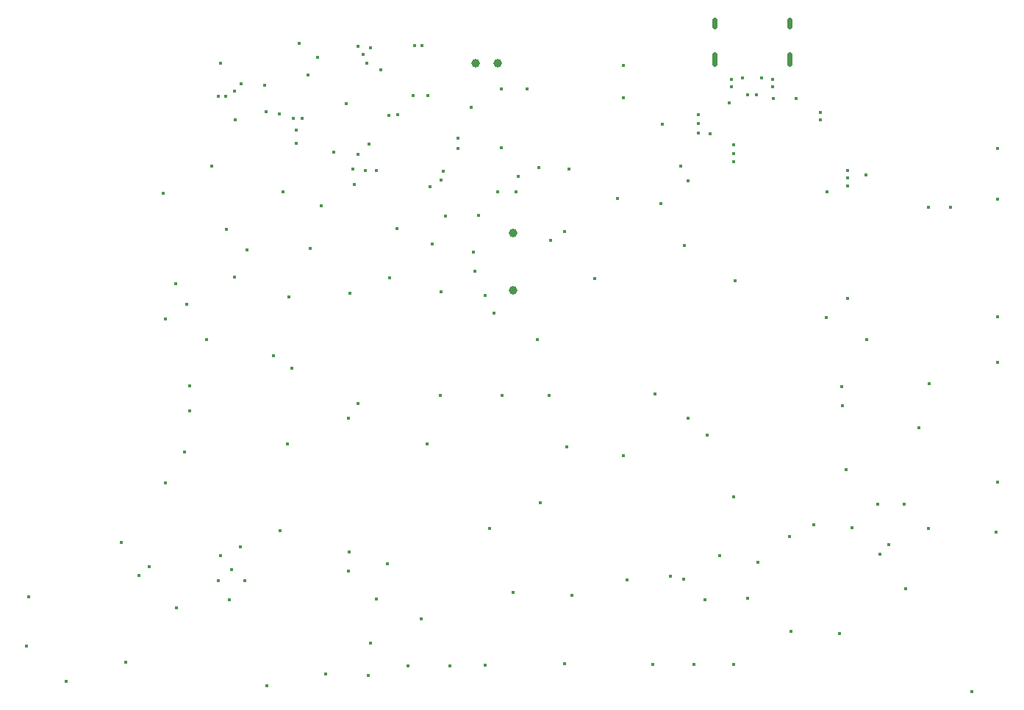
<source format=gbr>
%TF.GenerationSoftware,KiCad,Pcbnew,5.0.2-5.fc29*%
%TF.CreationDate,2019-03-27T11:46:13+01:00*%
%TF.ProjectId,vitamins_included,76697461-6d69-46e7-935f-696e636c7564,rev?*%
%TF.SameCoordinates,Original*%
%TF.FileFunction,Plated,1,2,PTH,Mixed*%
%TF.FilePolarity,Positive*%
%FSLAX46Y46*%
G04 Gerber Fmt 4.6, Leading zero omitted, Abs format (unit mm)*
G04 Created by KiCad (PCBNEW 5.0.2-5.fc29) date 2019-03-27T11:46:13 CET*
%MOMM*%
%LPD*%
G01*
G04 APERTURE LIST*
%TA.AperFunction,ViaDrill*%
%ADD10C,0.400000*%
%TD*%
%TA.AperFunction,Slot*%
%ADD11C,0.600000*%
%TD*%
%TA.AperFunction,ComponentDrill*%
%ADD12C,1.000000*%
%TD*%
G04 APERTURE END LIST*
D10*
X1050000Y-73900000D03*
X1350000Y-68200000D03*
X5650000Y-78000000D03*
X12050000Y-62000000D03*
X12550000Y-75800000D03*
X14050000Y-65800000D03*
X15250000Y-64800000D03*
X16849000Y-21724000D03*
X17103000Y-36202000D03*
X17103000Y-55125000D03*
X18300000Y-32200000D03*
X18373000Y-69476000D03*
X19262000Y-51600000D03*
X19516000Y-34551000D03*
X19850000Y-43900000D03*
X19850000Y-46800000D03*
X21802000Y-38615000D03*
X22450000Y-18600000D03*
X23150000Y-10600000D03*
X23150000Y-66400000D03*
X23450000Y-63500000D03*
X23453000Y-6738000D03*
X24050000Y-10600000D03*
X24150000Y-25900000D03*
X24450000Y-68600000D03*
X24750000Y-65100000D03*
X25050000Y-9986000D03*
X25050000Y-31400000D03*
X25150000Y-13300000D03*
X25750000Y-62500000D03*
X25815000Y-9100000D03*
X26250000Y-66400000D03*
X26450000Y-28250000D03*
X28533000Y-9278000D03*
X28650000Y-12350000D03*
X28750000Y-78500000D03*
X29550000Y-40500000D03*
X30250000Y-12600000D03*
X30311000Y-60586000D03*
X30650000Y-21600000D03*
X31150000Y-50600000D03*
X31350000Y-33700000D03*
X31650000Y-41900000D03*
X31835000Y-13088000D03*
X32150000Y-14500000D03*
X32150000Y-16000000D03*
X32470000Y-4452000D03*
X32851000Y-13088000D03*
X33550000Y-8100000D03*
X33740000Y-28074000D03*
X34650000Y-6100000D03*
X35050000Y-23200000D03*
X35550000Y-77100000D03*
X36516211Y-17027126D03*
X37892518Y-11411000D03*
X38150000Y-47700000D03*
X38150000Y-65300000D03*
X38250000Y-63100000D03*
X38350000Y-33300000D03*
X38682634Y-18952689D03*
X38850000Y-20700000D03*
X39250000Y-4800000D03*
X39250000Y-17300000D03*
X39250000Y-45965000D03*
X39842500Y-5769500D03*
X40150000Y-19100000D03*
X40250000Y-6750000D03*
X40471000Y-77334000D03*
X40550000Y-16100000D03*
X40725000Y-4960000D03*
X40750000Y-73600000D03*
X41350000Y-19100000D03*
X41360000Y-68460000D03*
X41874500Y-7547500D03*
X42650000Y-64400000D03*
X42850000Y-12800000D03*
X42950000Y-31500000D03*
X43750000Y-25800000D03*
X43850000Y-12700000D03*
X45050000Y-76200000D03*
X45650000Y-10500000D03*
X45823999Y-4724999D03*
X46550000Y-70800000D03*
X46650000Y-4724999D03*
X47250000Y-50600000D03*
X47350000Y-10500000D03*
X47583000Y-20962000D03*
X47850000Y-27600000D03*
X48750000Y-45000000D03*
X48850000Y-33100000D03*
X48853000Y-20200000D03*
X49107000Y-19184000D03*
X49350000Y-24400000D03*
X49850000Y-76200000D03*
X50750000Y-15400000D03*
X50750000Y-16600000D03*
X52300000Y-11850000D03*
X52600000Y-28500000D03*
X52700000Y-30750000D03*
X53150000Y-24300000D03*
X53950000Y-33500000D03*
X53950000Y-76100000D03*
X54441000Y-60332000D03*
X54949000Y-35567000D03*
X55330000Y-21597000D03*
X55750000Y-9700000D03*
X55750000Y-16500000D03*
X55850000Y-45000000D03*
X57108000Y-67698000D03*
X57450000Y-21600000D03*
X57743000Y-19819000D03*
X58750000Y-9700000D03*
X59902000Y-38615000D03*
X60080000Y-18750000D03*
X60283000Y-57411000D03*
X61250000Y-45000000D03*
X61426000Y-27185000D03*
X63050000Y-26200000D03*
X63077000Y-75953000D03*
X63350000Y-51000000D03*
X63585000Y-18930000D03*
X63950000Y-68100000D03*
X66550000Y-31600000D03*
X69173000Y-22359000D03*
X69800000Y-10750000D03*
X69850000Y-7000000D03*
X69850000Y-52000000D03*
X70250000Y-66300000D03*
X73250000Y-76000000D03*
X73450000Y-44900000D03*
X74150000Y-22900000D03*
X74350000Y-13800000D03*
X75300000Y-65850000D03*
X76450000Y-18600000D03*
X76750000Y-66200000D03*
X76850000Y-27800000D03*
X77250000Y-20300000D03*
X77250000Y-47700000D03*
X78000000Y-76000000D03*
X78500000Y-12700000D03*
X78500000Y-13700000D03*
X78500000Y-14850000D03*
X79206000Y-68587000D03*
X79450000Y-49600000D03*
X79850000Y-14900000D03*
X80950000Y-63500000D03*
X82050000Y-11300000D03*
X82250000Y-8650000D03*
X82250000Y-9500000D03*
X82550000Y-16200000D03*
X82550000Y-17200000D03*
X82550000Y-18100000D03*
X82550000Y-56700000D03*
X82550000Y-76000000D03*
X82750000Y-31800000D03*
X83550000Y-8500000D03*
X84150000Y-10400000D03*
X84150000Y-68400000D03*
X85150000Y-10400000D03*
X85350000Y-64300000D03*
X85750000Y-8500000D03*
X87050000Y-8650000D03*
X87050000Y-9500000D03*
X87150000Y-10800000D03*
X88950000Y-61300000D03*
X89150000Y-72200000D03*
X89750000Y-10800000D03*
X91779000Y-59951000D03*
X92500000Y-12400000D03*
X92500000Y-13250000D03*
X93176000Y-36075000D03*
X93250000Y-21600000D03*
X94750000Y-72500000D03*
X95000000Y-44050000D03*
X95050000Y-46200000D03*
X95500000Y-53600000D03*
X95650000Y-19100000D03*
X95650000Y-20000000D03*
X95650000Y-20900000D03*
X95650000Y-33900000D03*
X96150000Y-60300000D03*
X97748000Y-19615600D03*
X97875000Y-38615000D03*
X99150000Y-57600000D03*
X99350000Y-63300000D03*
X100397000Y-62200000D03*
X102150000Y-57600000D03*
X102350000Y-67300000D03*
X103850000Y-48800000D03*
X104950000Y-23400000D03*
X104950000Y-60400000D03*
X105050000Y-43700000D03*
X107550000Y-23400000D03*
X109940000Y-79128000D03*
X112750000Y-60800000D03*
X112950000Y-16600000D03*
X112950000Y-22400000D03*
X112950000Y-36000000D03*
X112950000Y-41200000D03*
X112950000Y-55000000D03*
D11*
%TO.C,J10*%
X80330000Y-2540000D02*
X80330000Y-1740000D01*
X80330000Y-6860000D02*
X80330000Y-5760000D01*
X88970000Y-2540000D02*
X88970000Y-1740000D01*
X88970000Y-6860000D02*
X88970000Y-5760000D01*
D12*
%TO.C,J5*%
X57176000Y-26296000D03*
X57176000Y-32896000D03*
%TO.C,J4*%
X52860000Y-6750000D03*
X55400000Y-6750000D03*
M02*

</source>
